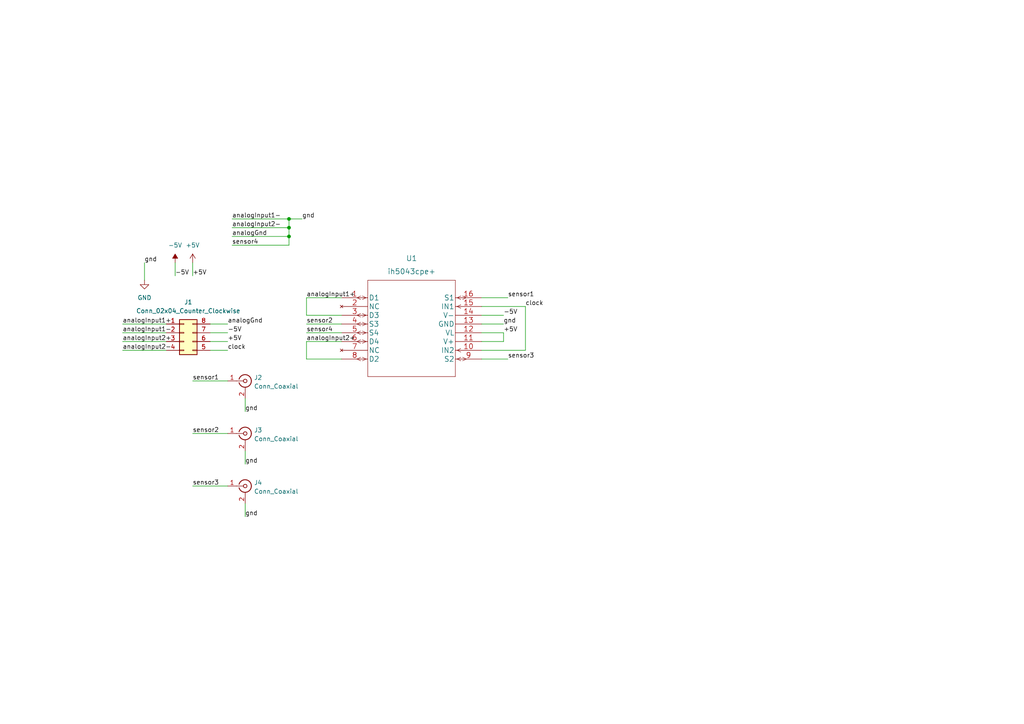
<source format=kicad_sch>
(kicad_sch (version 20211123) (generator eeschema)
  (paper "A4")
  (lib_symbols
    (symbol "Connector:Conn_Coaxial" (pin_names (offset 1.016) hide)
      (property "Reference" "J" (at 0.254 3.048 0))
      (property "Value" "Conn_Coaxial" (at 2.921 0 90))
      (symbol "Conn_Coaxial_0_1"
        (arc (start -1.778 -0.508) (mid 0.2311 -1.8066) (end 1.778 0) (stroke (width 0.254)))
        (polyline (pts (xy -2.54 0) (xy -0.508 0)))
        (polyline (pts (xy 0 -2.54) (xy 0 -1.778)))
        (circle (center 0 0) (radius 0.508) (stroke (width 0.2032)))
        (arc (start 1.778 0) (mid 0.2099 1.8101) (end -1.778 0.508) (stroke (width 0.254)))
      )
      (symbol "Conn_Coaxial_1_1"
        (pin passive line (at -5.08 0 0) (length 2.54) (name "In") (number "1"))
        (pin passive line (at 0 -5.08 90) (length 2.54) (name "Ext") (number "2"))
      )
    )
    (symbol "Connector_Generic:Conn_02x04_Counter_Clockwise" (pin_names (offset 1.016) hide)
      (property "Reference" "J" (at 1.27 5.08 0))
      (property "Value" "Conn_02x04_Counter_Clockwise" (at 1.27 -7.62 0))
      (symbol "Conn_02x04_Counter_Clockwise_1_1"
        (rectangle (start -1.27 -4.953) (end 0 -5.207) (stroke (width 0.1524)))
        (rectangle (start -1.27 -2.413) (end 0 -2.667) (stroke (width 0.1524)))
        (rectangle (start -1.27 0.127) (end 0 -0.127) (stroke (width 0.1524)))
        (rectangle (start -1.27 2.667) (end 0 2.413) (stroke (width 0.1524)))
        (rectangle (start -1.27 3.81) (end 3.81 -6.35) (stroke (width 0.254)) (fill (type background)))
        (rectangle (start 3.81 -4.953) (end 2.54 -5.207) (stroke (width 0.1524)))
        (rectangle (start 3.81 -2.413) (end 2.54 -2.667) (stroke (width 0.1524)))
        (rectangle (start 3.81 0.127) (end 2.54 -0.127) (stroke (width 0.1524)))
        (rectangle (start 3.81 2.667) (end 2.54 2.413) (stroke (width 0.1524)))
        (pin passive line (at -5.08 2.54 0) (length 3.81) (name "Pin_1") (number "1"))
        (pin passive line (at -5.08 0 0) (length 3.81) (name "Pin_2") (number "2"))
        (pin passive line (at -5.08 -2.54 0) (length 3.81) (name "Pin_3") (number "3"))
        (pin passive line (at -5.08 -5.08 0) (length 3.81) (name "Pin_4") (number "4"))
        (pin passive line (at 7.62 -5.08 180) (length 3.81) (name "Pin_5") (number "5"))
        (pin passive line (at 7.62 -2.54 180) (length 3.81) (name "Pin_6") (number "6"))
        (pin passive line (at 7.62 0 180) (length 3.81) (name "Pin_7") (number "7"))
        (pin passive line (at 7.62 2.54 180) (length 3.81) (name "Pin_8") (number "8"))
      )
    )
    (symbol "IH5043:ih5043cpe+" (pin_names (offset 0.254))
      (property "Reference" "U" (at 20.32 10.16 0))
      (property "Value" "ih5043cpe+" (at 20.32 7.62 0))
      (symbol "ih5043cpe+_1_1"
        (polyline (pts (xy 5.5372 -18.288) (xy 4.4958 -17.78)) (stroke (width 0.127)))
        (polyline (pts (xy 5.5372 -17.272) (xy 4.4958 -17.78)) (stroke (width 0.127)))
        (polyline (pts (xy 5.5372 -13.208) (xy 4.4958 -12.7)) (stroke (width 0.127)))
        (polyline (pts (xy 5.5372 -12.192) (xy 4.4958 -12.7)) (stroke (width 0.127)))
        (polyline (pts (xy 5.5372 -10.668) (xy 4.4958 -10.16)) (stroke (width 0.127)))
        (polyline (pts (xy 5.5372 -9.652) (xy 4.4958 -10.16)) (stroke (width 0.127)))
        (polyline (pts (xy 5.5372 -8.128) (xy 4.4958 -7.62)) (stroke (width 0.127)))
        (polyline (pts (xy 5.5372 -7.112) (xy 4.4958 -7.62)) (stroke (width 0.127)))
        (polyline (pts (xy 5.5372 -5.588) (xy 4.4958 -5.08)) (stroke (width 0.127)))
        (polyline (pts (xy 5.5372 -4.572) (xy 4.4958 -5.08)) (stroke (width 0.127)))
        (polyline (pts (xy 5.5372 -0.508) (xy 4.4958 0)) (stroke (width 0.127)))
        (polyline (pts (xy 5.5372 0.508) (xy 4.4958 0)) (stroke (width 0.127)))
        (polyline (pts (xy 7.112 -17.78) (xy 6.0452 -18.288)) (stroke (width 0.127)))
        (polyline (pts (xy 7.112 -17.78) (xy 6.0452 -17.272)) (stroke (width 0.127)))
        (polyline (pts (xy 7.112 -12.7) (xy 6.0452 -13.208)) (stroke (width 0.127)))
        (polyline (pts (xy 7.112 -12.7) (xy 6.0452 -12.192)) (stroke (width 0.127)))
        (polyline (pts (xy 7.112 -10.16) (xy 6.0452 -10.668)) (stroke (width 0.127)))
        (polyline (pts (xy 7.112 -10.16) (xy 6.0452 -9.652)) (stroke (width 0.127)))
        (polyline (pts (xy 7.112 -7.62) (xy 6.0452 -8.128)) (stroke (width 0.127)))
        (polyline (pts (xy 7.112 -7.62) (xy 6.0452 -7.112)) (stroke (width 0.127)))
        (polyline (pts (xy 7.112 -5.08) (xy 6.0452 -5.588)) (stroke (width 0.127)))
        (polyline (pts (xy 7.112 -5.08) (xy 6.0452 -4.572)) (stroke (width 0.127)))
        (polyline (pts (xy 7.112 0) (xy 6.0452 -0.508)) (stroke (width 0.127)))
        (polyline (pts (xy 7.112 0) (xy 6.0452 0.508)) (stroke (width 0.127)))
        (polyline (pts (xy 7.62 -22.86) (xy 33.02 -22.86)) (stroke (width 0.127)))
        (polyline (pts (xy 7.62 5.08) (xy 7.62 -22.86)) (stroke (width 0.127)))
        (polyline (pts (xy 33.02 -22.86) (xy 33.02 5.08)) (stroke (width 0.127)))
        (polyline (pts (xy 33.02 5.08) (xy 7.62 5.08)) (stroke (width 0.127)))
        (polyline (pts (xy 33.528 -17.78) (xy 34.5948 -18.288)) (stroke (width 0.127)))
        (polyline (pts (xy 33.528 -17.78) (xy 34.5948 -17.272)) (stroke (width 0.127)))
        (polyline (pts (xy 33.528 -15.24) (xy 34.5948 -15.748)) (stroke (width 0.127)))
        (polyline (pts (xy 33.528 -15.24) (xy 34.5948 -14.732)) (stroke (width 0.127)))
        (polyline (pts (xy 33.528 -2.54) (xy 34.5948 -3.048)) (stroke (width 0.127)))
        (polyline (pts (xy 33.528 -2.54) (xy 34.5948 -2.032)) (stroke (width 0.127)))
        (polyline (pts (xy 33.528 0) (xy 34.5948 -0.508)) (stroke (width 0.127)))
        (polyline (pts (xy 33.528 0) (xy 34.5948 0.508)) (stroke (width 0.127)))
        (polyline (pts (xy 35.1028 -18.288) (xy 36.1442 -17.78)) (stroke (width 0.127)))
        (polyline (pts (xy 35.1028 -17.272) (xy 36.1442 -17.78)) (stroke (width 0.127)))
        (polyline (pts (xy 35.1028 -0.508) (xy 36.1442 0)) (stroke (width 0.127)))
        (polyline (pts (xy 35.1028 0.508) (xy 36.1442 0)) (stroke (width 0.127)))
        (pin bidirectional line (at 0 0 0) (length 7.62) (name "D1") (number "1"))
        (pin input line (at 40.64 -15.24 180) (length 7.62) (name "IN2") (number "10"))
        (pin power_in line (at 40.64 -12.7 180) (length 7.62) (name "V+") (number "11"))
        (pin power_in line (at 40.64 -10.16 180) (length 7.62) (name "VL") (number "12"))
        (pin power_in line (at 40.64 -7.62 180) (length 7.62) (name "GND") (number "13"))
        (pin power_in line (at 40.64 -5.08 180) (length 7.62) (name "V-") (number "14"))
        (pin input line (at 40.64 -2.54 180) (length 7.62) (name "IN1") (number "15"))
        (pin bidirectional line (at 40.64 0 180) (length 7.62) (name "S1") (number "16"))
        (pin no_connect line (at 0 -2.54 0) (length 7.62) (name "NC") (number "2"))
        (pin bidirectional line (at 0 -5.08 0) (length 7.62) (name "D3") (number "3"))
        (pin bidirectional line (at 0 -7.62 0) (length 7.62) (name "S3") (number "4"))
        (pin bidirectional line (at 0 -10.16 0) (length 7.62) (name "S4") (number "5"))
        (pin bidirectional line (at 0 -12.7 0) (length 7.62) (name "D4") (number "6"))
        (pin no_connect line (at 0 -15.24 0) (length 7.62) (name "NC") (number "7"))
        (pin bidirectional line (at 0 -17.78 0) (length 7.62) (name "D2") (number "8"))
        (pin bidirectional line (at 40.64 -17.78 180) (length 7.62) (name "S2") (number "9"))
      )
    )
    (symbol "power:+5V" (power) (pin_names (offset 0))
      (property "Value" "+5V" (at 0 3.556 0))
      (symbol "+5V_0_1"
        (polyline (pts (xy -0.762 1.27) (xy 0 2.54)))
        (polyline (pts (xy 0 0) (xy 0 2.54)))
        (polyline (pts (xy 0 2.54) (xy 0.762 1.27)))
      )
      (symbol "+5V_1_1"
        (pin power_in line (at 0 0 90) (length 0) hide (name "+5V") (number "1"))
      )
    )
    (symbol "power:-5V" (power) (pin_names (offset 0))
      (property "Value" "-5V" (at 0 3.81 0))
      (symbol "-5V_0_0"
        (pin power_in line (at 0 0 90) (length 0) hide (name "-5V") (number "1"))
      )
      (symbol "-5V_0_1"
        (polyline (pts (xy 0 0) (xy 0 1.27) (xy 0.762 1.27) (xy 0 2.54) (xy -0.762 1.27) (xy 0 1.27)) (fill (type outline)))
      )
    )
    (symbol "power:GND" (power) (pin_names (offset 0))
      (property "Value" "GND" (at 0 -3.81 0))
      (symbol "GND_0_1"
        (polyline (pts (xy 0 0) (xy 0 -1.27) (xy 1.27 -1.27) (xy 0 -2.54) (xy -1.27 -1.27) (xy 0 -1.27)))
      )
      (symbol "GND_1_1"
        (pin power_in line (at 0 0 270) (length 0) hide (name "GND") (number "1"))
      )
    )
  )
  (junction (at 83.82 68.58))
  (junction (at 83.82 63.5))
  (junction (at 83.82 66.04))
  (wire (pts (xy 139.7 86.36) (xy 147.32 86.36)))
  (wire (pts (xy 71.12 130.81) (xy 71.12 134.62)))
  (wire (pts (xy 139.7 93.98) (xy 146.05 93.98)))
  (wire (pts (xy 41.91 76.2) (xy 41.91 81.28)))
  (wire (pts (xy 55.88 140.97) (xy 66.04 140.97)))
  (wire (pts (xy 35.56 99.06) (xy 48.26 99.06)))
  (wire (pts (xy 35.56 96.52) (xy 48.26 96.52)))
  (wire (pts (xy 146.05 99.06) (xy 139.7 99.06)))
  (wire (pts (xy 146.05 96.52) (xy 146.05 99.06)))
  (wire (pts (xy 83.82 68.58) (xy 83.82 71.12)))
  (wire (pts (xy 88.9 86.36) (xy 88.9 91.44)))
  (wire (pts (xy 139.7 91.44) (xy 146.05 91.44)))
  (wire (pts (xy 67.31 66.04) (xy 83.82 66.04)))
  (wire (pts (xy 83.82 66.04) (xy 83.82 63.5)))
  (wire (pts (xy 67.31 71.12) (xy 83.82 71.12)))
  (wire (pts (xy 55.88 110.49) (xy 66.04 110.49)))
  (wire (pts (xy 88.9 93.98) (xy 99.06 93.98)))
  (wire (pts (xy 139.7 88.9) (xy 152.4 88.9)))
  (wire (pts (xy 139.7 96.52) (xy 146.05 96.52)))
  (wire (pts (xy 55.88 125.73) (xy 66.04 125.73)))
  (wire (pts (xy 139.7 104.14) (xy 147.32 104.14)))
  (wire (pts (xy 88.9 104.14) (xy 99.06 104.14)))
  (wire (pts (xy 71.12 146.05) (xy 71.12 149.86)))
  (wire (pts (xy 88.9 99.06) (xy 88.9 104.14)))
  (wire (pts (xy 99.06 99.06) (xy 88.9 99.06)))
  (wire (pts (xy 83.82 66.04) (xy 83.82 68.58)))
  (wire (pts (xy 35.56 101.6) (xy 48.26 101.6)))
  (wire (pts (xy 71.12 115.57) (xy 71.12 119.38)))
  (wire (pts (xy 152.4 88.9) (xy 152.4 101.6)))
  (wire (pts (xy 60.96 99.06) (xy 66.04 99.06)))
  (wire (pts (xy 35.56 93.98) (xy 48.26 93.98)))
  (wire (pts (xy 139.7 101.6) (xy 152.4 101.6)))
  (wire (pts (xy 67.31 68.58) (xy 83.82 68.58)))
  (wire (pts (xy 60.96 101.6) (xy 66.04 101.6)))
  (wire (pts (xy 88.9 91.44) (xy 99.06 91.44)))
  (wire (pts (xy 60.96 96.52) (xy 66.04 96.52)))
  (wire (pts (xy 67.31 63.5) (xy 83.82 63.5)))
  (wire (pts (xy 99.06 86.36) (xy 88.9 86.36)))
  (wire (pts (xy 50.8 76.2) (xy 50.8 80.01)))
  (wire (pts (xy 88.9 96.52) (xy 99.06 96.52)))
  (wire (pts (xy 60.96 93.98) (xy 66.04 93.98)))
  (wire (pts (xy 55.88 76.2) (xy 55.88 80.01)))
  (wire (pts (xy 83.82 63.5) (xy 87.63 63.5)))
  (label "clock" (at 66.04 101.6 0))
  (label "gnd" (at 71.12 149.86 0))
  (label "sensor4" (at 67.31 71.12 0))
  (label "+5V" (at 146.05 96.52 0))
  (label "gnd" (at 87.63 63.5 0))
  (label "clock" (at 152.4 88.9 0))
  (label "sensor1" (at 55.88 110.49 0))
  (label "analogInput2-" (at 35.56 101.6 0))
  (label "sensor3" (at 55.88 140.97 0))
  (label "analogInput1+" (at 35.56 93.98 0))
  (label "sensor4" (at 88.9 96.52 0))
  (label "analogGnd" (at 66.04 93.98 0))
  (label "analogInput1+" (at 88.9 86.36 0))
  (label "analogInput1-" (at 67.31 63.5 0))
  (label "gnd" (at 71.12 134.62 0))
  (label "sensor2" (at 88.9 93.98 0))
  (label "gnd" (at 146.05 93.98 0))
  (label "sensor3" (at 147.32 104.14 0))
  (label "gnd" (at 71.12 119.38 0))
  (label "gnd" (at 41.91 76.2 0))
  (label "analogInput2+" (at 35.56 99.06 0))
  (label "+5V" (at 66.04 99.06 0))
  (label "analogGnd" (at 67.31 68.58 0))
  (label "-5V" (at 146.05 91.44 0))
  (label "sensor2" (at 55.88 125.73 0))
  (label "analogInput2+" (at 88.9 99.06 0))
  (label "-5V" (at 50.8 80.01 0))
  (label "-5V" (at 66.04 96.52 0))
  (label "analogInput1-" (at 35.56 96.52 0))
  (label "analogInput2-" (at 67.31 66.04 0))
  (label "sensor1" (at 147.32 86.36 0))
  (label "+5V" (at 55.88 80.01 0))
  (symbol (lib_id "power:+5V") (at 55.88 76.2 0) (unit 1)
    (property "Reference" "#PWR0103" (effects hide))
    (property "Value" "+5V" (at 55.88 71.12 0))
  )
  (symbol (lib_id "power:GND") (at 41.91 81.28 0) (unit 1)
    (property "Reference" "#PWR0101" (effects hide))
    (property "Value" "GND" (at 41.91 86.36 0))
  )
  (symbol (lib_id "Connector:Conn_Coaxial") (at 71.12 125.73 0) (unit 1)
    (property "Reference" "J3" (at 73.66 124.7531 0) (effects (justify left)))
    (property "Value" "Conn_Coaxial" (at 73.66 127.2931 0) (effects (justify left)))
    (property "Footprint" "Connector_Coaxial:BNC_TEConnectivity_1478204_Vertical" (effects hide))
    (property "Datasheet" " ~" (effects hide))
  )
  (symbol (lib_id "Connector:Conn_Coaxial") (at 71.12 110.49 0) (unit 1)
    (property "Reference" "J2" (at 73.66 109.5131 0) (effects (justify left)))
    (property "Value" "Conn_Coaxial" (at 73.66 112.0531 0) (effects (justify left)))
    (property "Footprint" "Connector_Coaxial:BNC_TEConnectivity_1478204_Vertical" (effects hide))
    (property "Datasheet" " ~" (effects hide))
  )
  (symbol (lib_id "Connector:Conn_Coaxial") (at 71.12 140.97 0) (unit 1)
    (property "Reference" "J4" (at 73.66 139.9931 0) (effects (justify left)))
    (property "Value" "Conn_Coaxial" (at 73.66 142.5331 0) (effects (justify left)))
    (property "Footprint" "Connector_Coaxial:BNC_TEConnectivity_1478204_Vertical" (effects hide))
    (property "Datasheet" " ~" (effects hide))
  )
  (symbol (lib_id "power:-5V") (at 50.8 76.2 0) (unit 1)
    (property "Reference" "#PWR0102" (effects hide))
    (property "Value" "-5V" (at 50.8 71.12 0))
  )
  (symbol (lib_id "IH5043:ih5043cpe+") (at 99.06 86.36 0) (unit 1)
    (property "Reference" "U1" (at 119.38 74.93 0) (effects (font (size 1.524 1.524))))
    (property "Value" "ih5043cpe+" (at 119.38 78.74 0) (effects (font (size 1.524 1.524))))
    (property "Footprint" "IH5043:ih5043cpe&plus_" (effects hide))
  )
  (symbol (lib_id "Connector_Generic:Conn_02x04_Counter_Clockwise") (at 53.34 96.52 0) (unit 1)
    (property "Reference" "J1" (at 54.61 87.63 0))
    (property "Value" "Conn_02x04_Counter_Clockwise" (at 54.61 90.17 0))
    (property "Footprint" "Connector_PinHeader_2.54mm:PinHeader_2x04_P2.54mm_Vertical" (effects hide))
  )
)
</source>
